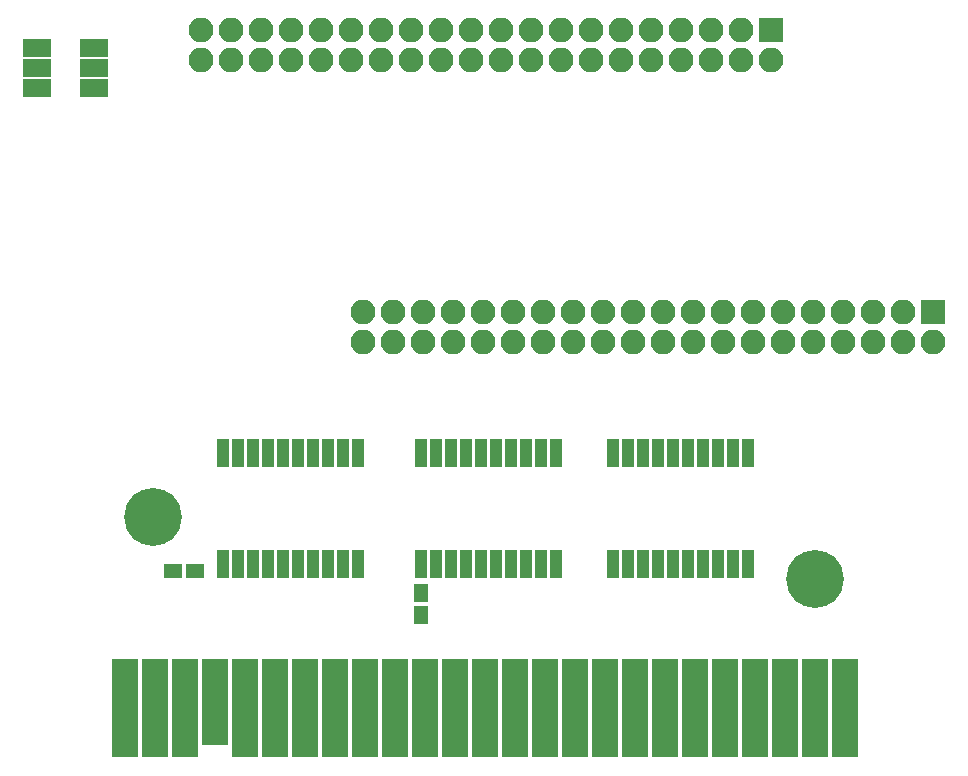
<source format=gbr>
G04 #@! TF.FileFunction,Soldermask,Top*
%FSLAX46Y46*%
G04 Gerber Fmt 4.6, Leading zero omitted, Abs format (unit mm)*
G04 Created by KiCad (PCBNEW 4.0.7) date 03/27/18 21:59:05*
%MOMM*%
%LPD*%
G01*
G04 APERTURE LIST*
%ADD10C,0.100000*%
%ADD11C,4.900000*%
%ADD12R,2.200000X8.400000*%
%ADD13R,2.200000X7.400000*%
%ADD14R,2.100000X2.100000*%
%ADD15O,2.100000X2.100000*%
%ADD16R,1.000000X2.350000*%
%ADD17R,1.150000X1.600000*%
%ADD18R,1.600000X1.150000*%
%ADD19R,2.400000X1.500000*%
G04 APERTURE END LIST*
D10*
D11*
X185333640Y-98897440D03*
D12*
X187949840Y-109827440D03*
X185409840Y-109827440D03*
X182869840Y-109827440D03*
X180329840Y-109827440D03*
X177789840Y-109827440D03*
X175249840Y-109827440D03*
X172709840Y-109827440D03*
X170169840Y-109827440D03*
X167629840Y-109827440D03*
X165089840Y-109827440D03*
X162549840Y-109827440D03*
X160009840Y-109827440D03*
X157469840Y-109827440D03*
X154929840Y-109827440D03*
X152389840Y-109827440D03*
X149849840Y-109827440D03*
X147309840Y-109827440D03*
X144769840Y-109827440D03*
X142229840Y-109827440D03*
X139689840Y-109827440D03*
X137149840Y-109827440D03*
D13*
X134604760Y-109334680D03*
D12*
X132069840Y-109827440D03*
X129529840Y-109827440D03*
X126989840Y-109827440D03*
D11*
X129334260Y-93695520D03*
D14*
X181635000Y-52451000D03*
D15*
X181635000Y-54991000D03*
X179095000Y-52451000D03*
X179095000Y-54991000D03*
X176555000Y-52451000D03*
X176555000Y-54991000D03*
X174015000Y-52451000D03*
X174015000Y-54991000D03*
X171475000Y-52451000D03*
X171475000Y-54991000D03*
X168935000Y-52451000D03*
X168935000Y-54991000D03*
X166395000Y-52451000D03*
X166395000Y-54991000D03*
X163855000Y-52451000D03*
X163855000Y-54991000D03*
X161315000Y-52451000D03*
X161315000Y-54991000D03*
X158775000Y-52451000D03*
X158775000Y-54991000D03*
X156235000Y-52451000D03*
X156235000Y-54991000D03*
X153695000Y-52451000D03*
X153695000Y-54991000D03*
X151155000Y-52451000D03*
X151155000Y-54991000D03*
X148615000Y-52451000D03*
X148615000Y-54991000D03*
X146075000Y-52451000D03*
X146075000Y-54991000D03*
X143535000Y-52451000D03*
X143535000Y-54991000D03*
X140995000Y-52451000D03*
X140995000Y-54991000D03*
X138455000Y-52451000D03*
X138455000Y-54991000D03*
X135915000Y-52451000D03*
X135915000Y-54991000D03*
X133375000Y-52451000D03*
X133375000Y-54991000D03*
D14*
X195326000Y-76327000D03*
D15*
X195326000Y-78867000D03*
X192786000Y-76327000D03*
X192786000Y-78867000D03*
X190246000Y-76327000D03*
X190246000Y-78867000D03*
X187706000Y-76327000D03*
X187706000Y-78867000D03*
X185166000Y-76327000D03*
X185166000Y-78867000D03*
X182626000Y-76327000D03*
X182626000Y-78867000D03*
X180086000Y-76327000D03*
X180086000Y-78867000D03*
X177546000Y-76327000D03*
X177546000Y-78867000D03*
X175006000Y-76327000D03*
X175006000Y-78867000D03*
X172466000Y-76327000D03*
X172466000Y-78867000D03*
X169926000Y-76327000D03*
X169926000Y-78867000D03*
X167386000Y-76327000D03*
X167386000Y-78867000D03*
X164846000Y-76327000D03*
X164846000Y-78867000D03*
X162306000Y-76327000D03*
X162306000Y-78867000D03*
X159766000Y-76327000D03*
X159766000Y-78867000D03*
X157226000Y-76327000D03*
X157226000Y-78867000D03*
X154686000Y-76327000D03*
X154686000Y-78867000D03*
X152146000Y-76327000D03*
X152146000Y-78867000D03*
X149606000Y-76327000D03*
X149606000Y-78867000D03*
X147066000Y-76327000D03*
X147066000Y-78867000D03*
D16*
X179705000Y-88264000D03*
X178435000Y-88264000D03*
X177165000Y-88264000D03*
X175895000Y-88264000D03*
X174625000Y-88264000D03*
X173355000Y-88264000D03*
X172085000Y-88264000D03*
X170815000Y-88264000D03*
X169545000Y-88264000D03*
X168275000Y-88264000D03*
X168275000Y-97664000D03*
X169545000Y-97664000D03*
X170815000Y-97664000D03*
X172085000Y-97664000D03*
X173355000Y-97664000D03*
X174625000Y-97664000D03*
X175895000Y-97664000D03*
X177165000Y-97664000D03*
X178435000Y-97664000D03*
X179705000Y-97664000D03*
X146685000Y-88264000D03*
X145415000Y-88264000D03*
X144145000Y-88264000D03*
X142875000Y-88264000D03*
X141605000Y-88264000D03*
X140335000Y-88264000D03*
X139065000Y-88264000D03*
X137795000Y-88264000D03*
X136525000Y-88264000D03*
X135255000Y-88264000D03*
X135255000Y-97664000D03*
X136525000Y-97664000D03*
X137795000Y-97664000D03*
X139065000Y-97664000D03*
X140335000Y-97664000D03*
X141605000Y-97664000D03*
X142875000Y-97664000D03*
X144145000Y-97664000D03*
X145415000Y-97664000D03*
X146685000Y-97664000D03*
D17*
X151994000Y-100066000D03*
X151994000Y-101966000D03*
D18*
X132903000Y-98272600D03*
X131003000Y-98272600D03*
D16*
X152019000Y-97664000D03*
X153289000Y-97664000D03*
X154559000Y-97664000D03*
X155829000Y-97664000D03*
X157099000Y-97664000D03*
X158369000Y-97664000D03*
X159639000Y-97664000D03*
X160909000Y-97664000D03*
X162179000Y-97664000D03*
X163449000Y-97664000D03*
X163449000Y-88264000D03*
X162179000Y-88264000D03*
X160909000Y-88264000D03*
X159639000Y-88264000D03*
X158369000Y-88264000D03*
X157099000Y-88264000D03*
X155829000Y-88264000D03*
X154559000Y-88264000D03*
X153289000Y-88264000D03*
X152019000Y-88264000D03*
D19*
X119520000Y-53926000D03*
X119520000Y-55626000D03*
X119520000Y-57326000D03*
X124320000Y-57326000D03*
X124320000Y-55626000D03*
X124320000Y-53926000D03*
M02*

</source>
